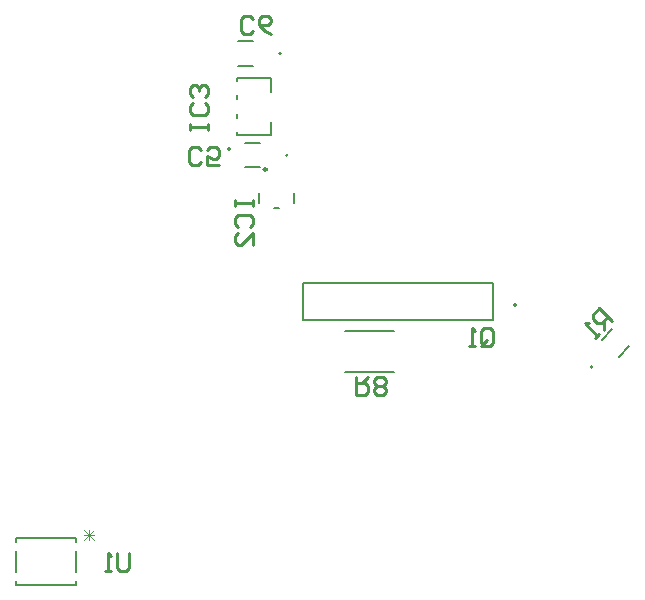
<source format=gbo>
G04 Layer_Color=32896*
%FSLAX44Y44*%
%MOMM*%
G71*
G01*
G75*
%ADD44C,0.1524*%
%ADD46C,0.2540*%
%ADD49C,0.0762*%
%ADD53C,0.2500*%
%ADD54C,0.2000*%
D44*
X769327Y447565D02*
G03*
X769327Y447565I-762J0D01*
G01*
X705295Y500000D02*
G03*
X705295Y500000I-1270J0D01*
G01*
X505662Y713000D02*
G03*
X505662Y713000I-762J0D01*
G01*
X463061Y632313D02*
G03*
X463061Y632313I-1270J0D01*
G01*
X511662Y627000D02*
G03*
X511662Y627000I-762J0D01*
G01*
X281727Y299181D02*
Y302812D01*
Y263188D02*
X332273Y263188D01*
X281727Y263188D02*
Y266819D01*
Y302812D02*
X332273Y302812D01*
X332273Y299181D02*
X332273Y302812D01*
X332273Y292219D02*
X332273Y273781D01*
X332273Y263188D02*
Y266819D01*
X281727Y273781D02*
Y292219D01*
X777255Y470803D02*
X786197Y479745D01*
X791803Y456255D02*
X800745Y465197D01*
X560200Y443728D02*
X601800Y443728D01*
X560200Y478272D02*
X601800Y478272D01*
X685600Y487300D02*
Y519050D01*
X524310D02*
X685600D01*
X524310Y487300D02*
Y519050D01*
Y487300D02*
X685600D01*
X469678Y723287D02*
X482323D01*
X469678Y702713D02*
X482323D01*
X497224Y643743D02*
Y655279D01*
X468776Y643743D02*
Y646560D01*
Y692257D02*
X497224D01*
Y680721D02*
Y692257D01*
X468776Y643743D02*
X497224D01*
X468776Y658040D02*
Y661879D01*
Y674121D02*
Y677960D01*
Y689440D02*
Y692257D01*
X475677Y616713D02*
X488322D01*
X475677Y637287D02*
X488322D01*
D46*
X377000Y290235D02*
Y277539D01*
X374461Y275000D01*
X369383D01*
X366843Y277539D01*
Y290235D01*
X361765Y275000D02*
X356687D01*
X359226D01*
Y290235D01*
X361765Y287696D01*
X569000Y439000D02*
Y423765D01*
X576618D01*
X579157Y426304D01*
Y431382D01*
X576618Y433922D01*
X569000D01*
X574078D02*
X579157Y439000D01*
X584235Y426304D02*
X586774Y423765D01*
X591853D01*
X594392Y426304D01*
Y428843D01*
X591853Y431382D01*
X594392Y433922D01*
Y436461D01*
X591853Y439000D01*
X586774D01*
X584235Y436461D01*
Y433922D01*
X586774Y431382D01*
X584235Y428843D01*
Y426304D01*
X586774Y431382D02*
X591853D01*
X786172Y486385D02*
X775399Y497158D01*
X770012Y491771D01*
Y488180D01*
X773603Y484589D01*
X777194D01*
X782581Y489976D01*
X778990Y486385D02*
Y479203D01*
X775399Y475612D02*
X771808Y472021D01*
X773603Y473816D01*
X762831Y484589D01*
X766421D01*
X674843Y467539D02*
Y477696D01*
X677383Y480235D01*
X682461D01*
X685000Y477696D01*
Y467539D01*
X682461Y465000D01*
X677383D01*
X679922Y470078D02*
X674843Y465000D01*
X677383D02*
X674843Y467539D01*
X669765Y465000D02*
X664687D01*
X667226D01*
Y480235D01*
X669765Y477696D01*
X444235Y648000D02*
Y653078D01*
Y650539D01*
X429000D01*
Y648000D01*
Y653078D01*
X441696Y670853D02*
X444235Y668313D01*
Y663235D01*
X441696Y660696D01*
X431539D01*
X429000Y663235D01*
Y668313D01*
X431539Y670853D01*
X441696Y675931D02*
X444235Y678470D01*
Y683549D01*
X441696Y686088D01*
X439157D01*
X436618Y683549D01*
Y681009D01*
Y683549D01*
X434078Y686088D01*
X431539D01*
X429000Y683549D01*
Y678470D01*
X431539Y675931D01*
X466765Y589000D02*
Y583922D01*
Y586461D01*
X482000D01*
Y589000D01*
Y583922D01*
X469304Y566147D02*
X466765Y568687D01*
Y573765D01*
X469304Y576304D01*
X479461D01*
X482000Y573765D01*
Y568687D01*
X479461Y566147D01*
X482000Y550912D02*
Y561069D01*
X471843Y550912D01*
X469304D01*
X466765Y553451D01*
Y558530D01*
X469304Y561069D01*
X482157Y732304D02*
X479618Y729765D01*
X474539D01*
X472000Y732304D01*
Y742461D01*
X474539Y745000D01*
X479618D01*
X482157Y742461D01*
X497392Y729765D02*
X492313Y732304D01*
X487235Y737383D01*
Y742461D01*
X489774Y745000D01*
X494853D01*
X497392Y742461D01*
Y739922D01*
X494853Y737383D01*
X487235D01*
X438157Y621304D02*
X435617Y618765D01*
X430539D01*
X428000Y621304D01*
Y631461D01*
X430539Y634000D01*
X435617D01*
X438157Y631461D01*
X453392Y618765D02*
X443235D01*
Y626382D01*
X448313Y623843D01*
X450853D01*
X453392Y626382D01*
Y631461D01*
X450853Y634000D01*
X445774D01*
X443235Y631461D01*
D49*
X347132Y309574D02*
X338668Y301110D01*
X347132D02*
X338668Y309574D01*
X347132Y305342D02*
X338668D01*
X342900Y301110D02*
Y309574D01*
D53*
X493750Y614750D02*
G03*
X493750Y614750I-1250J0D01*
G01*
D54*
X517000Y586750D02*
Y595250D01*
X499750Y582500D02*
X504250D01*
X487000Y586750D02*
Y595250D01*
M02*

</source>
